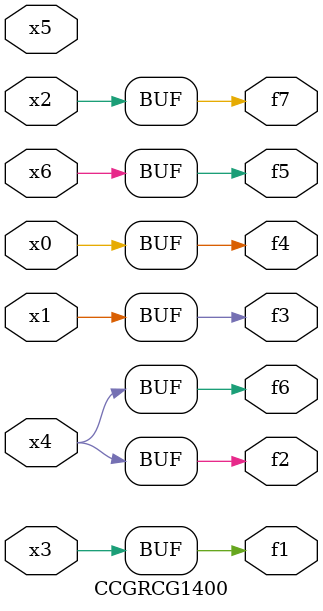
<source format=v>
module CCGRCG1400(
	input x0, x1, x2, x3, x4, x5, x6,
	output f1, f2, f3, f4, f5, f6, f7
);
	assign f1 = x3;
	assign f2 = x4;
	assign f3 = x1;
	assign f4 = x0;
	assign f5 = x6;
	assign f6 = x4;
	assign f7 = x2;
endmodule

</source>
